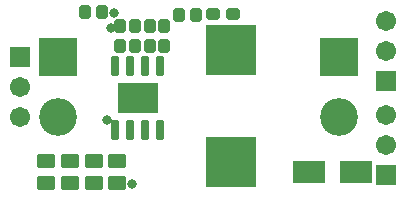
<source format=gts>
G04*
G04 #@! TF.GenerationSoftware,Altium Limited,Altium Designer,20.0.7 (75)*
G04*
G04 Layer_Color=8388736*
%FSLAX44Y44*%
%MOMM*%
G71*
G01*
G75*
G04:AMPARAMS|DCode=24|XSize=1.1032mm|YSize=1.0032mm|CornerRadius=0.1616mm|HoleSize=0mm|Usage=FLASHONLY|Rotation=90.000|XOffset=0mm|YOffset=0mm|HoleType=Round|Shape=RoundedRectangle|*
%AMROUNDEDRECTD24*
21,1,1.1032,0.6800,0,0,90.0*
21,1,0.7800,1.0032,0,0,90.0*
1,1,0.3232,0.3400,0.3900*
1,1,0.3232,0.3400,-0.3900*
1,1,0.3232,-0.3400,-0.3900*
1,1,0.3232,-0.3400,0.3900*
%
%ADD24ROUNDEDRECTD24*%
%ADD25R,4.3032X4.3032*%
%ADD26R,2.7032X1.9032*%
G04:AMPARAMS|DCode=27|XSize=1.1532mm|YSize=1.6032mm|CornerRadius=0.1729mm|HoleSize=0mm|Usage=FLASHONLY|Rotation=90.000|XOffset=0mm|YOffset=0mm|HoleType=Round|Shape=RoundedRectangle|*
%AMROUNDEDRECTD27*
21,1,1.1532,1.2575,0,0,90.0*
21,1,0.8075,1.6032,0,0,90.0*
1,1,0.3457,0.6288,0.4037*
1,1,0.3457,0.6288,-0.4037*
1,1,0.3457,-0.6288,-0.4037*
1,1,0.3457,-0.6288,0.4037*
%
%ADD27ROUNDEDRECTD27*%
%ADD28R,3.4032X2.6032*%
G04:AMPARAMS|DCode=29|XSize=0.7366mm|YSize=1.7032mm|CornerRadius=0.1683mm|HoleSize=0mm|Usage=FLASHONLY|Rotation=0.000|XOffset=0mm|YOffset=0mm|HoleType=Round|Shape=RoundedRectangle|*
%AMROUNDEDRECTD29*
21,1,0.7366,1.3667,0,0,0.0*
21,1,0.4001,1.7032,0,0,0.0*
1,1,0.3366,0.2000,-0.6833*
1,1,0.3366,-0.2000,-0.6833*
1,1,0.3366,-0.2000,0.6833*
1,1,0.3366,0.2000,0.6833*
%
%ADD29ROUNDEDRECTD29*%
G04:AMPARAMS|DCode=30|XSize=1.0032mm|YSize=1.1032mm|CornerRadius=0.1616mm|HoleSize=0mm|Usage=FLASHONLY|Rotation=180.000|XOffset=0mm|YOffset=0mm|HoleType=Round|Shape=RoundedRectangle|*
%AMROUNDEDRECTD30*
21,1,1.0032,0.7800,0,0,180.0*
21,1,0.6800,1.1032,0,0,180.0*
1,1,0.3232,-0.3400,0.3900*
1,1,0.3232,0.3400,0.3900*
1,1,0.3232,0.3400,-0.3900*
1,1,0.3232,-0.3400,-0.3900*
%
%ADD30ROUNDEDRECTD30*%
G04:AMPARAMS|DCode=31|XSize=1.1032mm|YSize=1.0032mm|CornerRadius=0.1616mm|HoleSize=0mm|Usage=FLASHONLY|Rotation=0.000|XOffset=0mm|YOffset=0mm|HoleType=Round|Shape=RoundedRectangle|*
%AMROUNDEDRECTD31*
21,1,1.1032,0.6800,0,0,0.0*
21,1,0.7800,1.0032,0,0,0.0*
1,1,0.3232,0.3900,-0.3400*
1,1,0.3232,-0.3900,-0.3400*
1,1,0.3232,-0.3900,0.3400*
1,1,0.3232,0.3900,0.3400*
%
%ADD31ROUNDEDRECTD31*%
%ADD32C,3.2032*%
%ADD33R,3.2032X3.2032*%
%ADD34C,1.7032*%
%ADD35R,1.7032X1.7032*%
%ADD36C,0.8032*%
D24*
X111500Y141000D02*
D03*
Y124000D02*
D03*
X124000Y141000D02*
D03*
Y124000D02*
D03*
X136500Y141000D02*
D03*
Y124000D02*
D03*
X99000Y141000D02*
D03*
Y124000D02*
D03*
D25*
X193000Y120500D02*
D03*
Y25500D02*
D03*
D26*
X259000Y17500D02*
D03*
X299000D02*
D03*
D27*
X36500Y8250D02*
D03*
Y26750D02*
D03*
X56500Y8250D02*
D03*
Y26750D02*
D03*
X76500Y8250D02*
D03*
Y26750D02*
D03*
X96500Y8250D02*
D03*
Y26750D02*
D03*
D28*
X114000Y80000D02*
D03*
D29*
X133051Y107000D02*
D03*
X120351D02*
D03*
X107651D02*
D03*
X94951D02*
D03*
Y53000D02*
D03*
X133051D02*
D03*
X120351D02*
D03*
X107651D02*
D03*
D30*
X69000Y152500D02*
D03*
X84000D02*
D03*
X163500Y150000D02*
D03*
X148500D02*
D03*
D31*
X177500Y151000D02*
D03*
X194500D02*
D03*
D32*
X284000Y64200D02*
D03*
X46500D02*
D03*
D33*
X284000Y115000D02*
D03*
X46500D02*
D03*
D34*
X324000Y40400D02*
D03*
X324000Y65799D02*
D03*
X324000Y119601D02*
D03*
X324000Y145000D02*
D03*
X14000Y89600D02*
D03*
X14000Y64201D02*
D03*
D35*
X324000Y15000D02*
D03*
X324000Y94201D02*
D03*
X14000Y115000D02*
D03*
D36*
X109000Y7000D02*
D03*
X94000Y152000D02*
D03*
X91000Y139000D02*
D03*
X88000Y61000D02*
D03*
M02*

</source>
